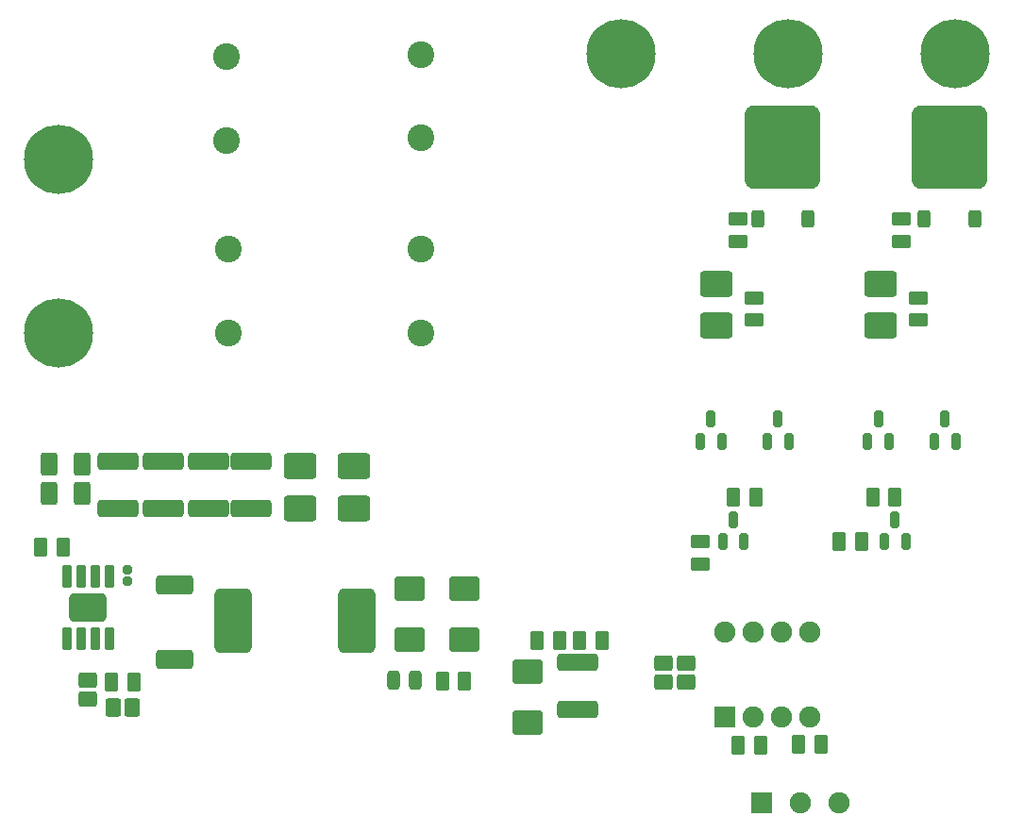
<source format=gts>
G04*
G04 #@! TF.GenerationSoftware,Altium Limited,Altium Designer,22.7.1 (60)*
G04*
G04 Layer_Color=8388736*
%FSLAX43Y43*%
%MOMM*%
G71*
G04*
G04 #@! TF.SameCoordinates,B0B9643B-9B23-428C-A4AC-A12B4A47BFEC*
G04*
G04*
G04 #@! TF.FilePolarity,Negative*
G04*
G01*
G75*
G04:AMPARAMS|DCode=17|XSize=6.807mm|YSize=7.518mm|CornerRadius=0.927mm|HoleSize=0mm|Usage=FLASHONLY|Rotation=0.000|XOffset=0mm|YOffset=0mm|HoleType=Round|Shape=RoundedRectangle|*
%AMROUNDEDRECTD17*
21,1,6.807,5.664,0,0,0.0*
21,1,4.953,7.518,0,0,0.0*
1,1,1.854,2.477,-2.832*
1,1,1.854,-2.477,-2.832*
1,1,1.854,-2.477,2.832*
1,1,1.854,2.477,2.832*
%
%ADD17ROUNDEDRECTD17*%
G04:AMPARAMS|DCode=18|XSize=1.143mm|YSize=1.524mm|CornerRadius=0.219mm|HoleSize=0mm|Usage=FLASHONLY|Rotation=0.000|XOffset=0mm|YOffset=0mm|HoleType=Round|Shape=RoundedRectangle|*
%AMROUNDEDRECTD18*
21,1,1.143,1.086,0,0,0.0*
21,1,0.705,1.524,0,0,0.0*
1,1,0.438,0.352,-0.543*
1,1,0.438,-0.352,-0.543*
1,1,0.438,-0.352,0.543*
1,1,0.438,0.352,0.543*
%
%ADD18ROUNDEDRECTD18*%
G04:AMPARAMS|DCode=19|XSize=0.813mm|YSize=1.553mm|CornerRadius=0.178mm|HoleSize=0mm|Usage=FLASHONLY|Rotation=180.000|XOffset=0mm|YOffset=0mm|HoleType=Round|Shape=RoundedRectangle|*
%AMROUNDEDRECTD19*
21,1,0.813,1.198,0,0,180.0*
21,1,0.458,1.553,0,0,180.0*
1,1,0.356,-0.229,0.599*
1,1,0.356,0.229,0.599*
1,1,0.356,0.229,-0.599*
1,1,0.356,-0.229,-0.599*
%
%ADD19ROUNDEDRECTD19*%
G04:AMPARAMS|DCode=20|XSize=2.946mm|YSize=2.362mm|CornerRadius=0.371mm|HoleSize=0mm|Usage=FLASHONLY|Rotation=180.000|XOffset=0mm|YOffset=0mm|HoleType=Round|Shape=RoundedRectangle|*
%AMROUNDEDRECTD20*
21,1,2.946,1.619,0,0,180.0*
21,1,2.203,2.362,0,0,180.0*
1,1,0.743,-1.102,0.810*
1,1,0.743,1.102,0.810*
1,1,0.743,1.102,-0.810*
1,1,0.743,-1.102,-0.810*
%
%ADD20ROUNDEDRECTD20*%
G04:AMPARAMS|DCode=21|XSize=1.113mm|YSize=1.663mm|CornerRadius=0.215mm|HoleSize=0mm|Usage=FLASHONLY|Rotation=180.000|XOffset=0mm|YOffset=0mm|HoleType=Round|Shape=RoundedRectangle|*
%AMROUNDEDRECTD21*
21,1,1.113,1.233,0,0,180.0*
21,1,0.683,1.663,0,0,180.0*
1,1,0.431,-0.341,0.616*
1,1,0.431,0.341,0.616*
1,1,0.431,0.341,-0.616*
1,1,0.431,-0.341,-0.616*
%
%ADD21ROUNDEDRECTD21*%
G04:AMPARAMS|DCode=22|XSize=3.343mm|YSize=1.743mm|CornerRadius=0.294mm|HoleSize=0mm|Usage=FLASHONLY|Rotation=0.000|XOffset=0mm|YOffset=0mm|HoleType=Round|Shape=RoundedRectangle|*
%AMROUNDEDRECTD22*
21,1,3.343,1.155,0,0,0.0*
21,1,2.755,1.743,0,0,0.0*
1,1,0.588,1.378,-0.578*
1,1,0.588,-1.378,-0.578*
1,1,0.588,-1.378,0.578*
1,1,0.588,1.378,0.578*
%
%ADD22ROUNDEDRECTD22*%
G04:AMPARAMS|DCode=23|XSize=1.733mm|YSize=1.223mm|CornerRadius=0.229mm|HoleSize=0mm|Usage=FLASHONLY|Rotation=90.000|XOffset=0mm|YOffset=0mm|HoleType=Round|Shape=RoundedRectangle|*
%AMROUNDEDRECTD23*
21,1,1.733,0.765,0,0,90.0*
21,1,1.275,1.223,0,0,90.0*
1,1,0.458,0.383,0.638*
1,1,0.458,0.383,-0.638*
1,1,0.458,-0.383,-0.638*
1,1,0.458,-0.383,0.638*
%
%ADD23ROUNDEDRECTD23*%
G04:AMPARAMS|DCode=24|XSize=1.733mm|YSize=1.223mm|CornerRadius=0.229mm|HoleSize=0mm|Usage=FLASHONLY|Rotation=180.000|XOffset=0mm|YOffset=0mm|HoleType=Round|Shape=RoundedRectangle|*
%AMROUNDEDRECTD24*
21,1,1.733,0.765,0,0,180.0*
21,1,1.275,1.223,0,0,180.0*
1,1,0.458,-0.638,0.383*
1,1,0.458,0.638,0.383*
1,1,0.458,0.638,-0.383*
1,1,0.458,-0.638,-0.383*
%
%ADD24ROUNDEDRECTD24*%
G04:AMPARAMS|DCode=25|XSize=3.303mm|YSize=5.803mm|CornerRadius=0.489mm|HoleSize=0mm|Usage=FLASHONLY|Rotation=0.000|XOffset=0mm|YOffset=0mm|HoleType=Round|Shape=RoundedRectangle|*
%AMROUNDEDRECTD25*
21,1,3.303,4.825,0,0,0.0*
21,1,2.325,5.803,0,0,0.0*
1,1,0.978,1.163,-2.413*
1,1,0.978,-1.163,-2.413*
1,1,0.978,-1.163,2.413*
1,1,0.978,1.163,2.413*
%
%ADD25ROUNDEDRECTD25*%
G04:AMPARAMS|DCode=26|XSize=0.813mm|YSize=2.113mm|CornerRadius=0.178mm|HoleSize=0mm|Usage=FLASHONLY|Rotation=180.000|XOffset=0mm|YOffset=0mm|HoleType=Round|Shape=RoundedRectangle|*
%AMROUNDEDRECTD26*
21,1,0.813,1.758,0,0,180.0*
21,1,0.458,2.113,0,0,180.0*
1,1,0.356,-0.229,0.879*
1,1,0.356,0.229,0.879*
1,1,0.356,0.229,-0.879*
1,1,0.356,-0.229,-0.879*
%
%ADD26ROUNDEDRECTD26*%
G04:AMPARAMS|DCode=27|XSize=3.303mm|YSize=2.613mm|CornerRadius=0.403mm|HoleSize=0mm|Usage=FLASHONLY|Rotation=180.000|XOffset=0mm|YOffset=0mm|HoleType=Round|Shape=RoundedRectangle|*
%AMROUNDEDRECTD27*
21,1,3.303,1.808,0,0,180.0*
21,1,2.498,2.613,0,0,180.0*
1,1,0.806,-1.249,0.904*
1,1,0.806,1.249,0.904*
1,1,0.806,1.249,-0.904*
1,1,0.806,-1.249,-0.904*
%
%ADD27ROUNDEDRECTD27*%
G04:AMPARAMS|DCode=28|XSize=1.413mm|YSize=1.663mm|CornerRadius=0.253mm|HoleSize=0mm|Usage=FLASHONLY|Rotation=90.000|XOffset=0mm|YOffset=0mm|HoleType=Round|Shape=RoundedRectangle|*
%AMROUNDEDRECTD28*
21,1,1.413,1.158,0,0,90.0*
21,1,0.907,1.663,0,0,90.0*
1,1,0.506,0.579,0.454*
1,1,0.506,0.579,-0.454*
1,1,0.506,-0.579,-0.454*
1,1,0.506,-0.579,0.454*
%
%ADD28ROUNDEDRECTD28*%
G04:AMPARAMS|DCode=29|XSize=1.413mm|YSize=1.663mm|CornerRadius=0.253mm|HoleSize=0mm|Usage=FLASHONLY|Rotation=0.000|XOffset=0mm|YOffset=0mm|HoleType=Round|Shape=RoundedRectangle|*
%AMROUNDEDRECTD29*
21,1,1.413,1.158,0,0,0.0*
21,1,0.907,1.663,0,0,0.0*
1,1,0.506,0.454,-0.579*
1,1,0.506,-0.454,-0.579*
1,1,0.506,-0.454,0.579*
1,1,0.506,0.454,0.579*
%
%ADD29ROUNDEDRECTD29*%
G04:AMPARAMS|DCode=30|XSize=1.503mm|YSize=3.673mm|CornerRadius=0.264mm|HoleSize=0mm|Usage=FLASHONLY|Rotation=90.000|XOffset=0mm|YOffset=0mm|HoleType=Round|Shape=RoundedRectangle|*
%AMROUNDEDRECTD30*
21,1,1.503,3.145,0,0,90.0*
21,1,0.975,3.673,0,0,90.0*
1,1,0.528,1.573,0.488*
1,1,0.528,1.573,-0.488*
1,1,0.528,-1.573,-0.488*
1,1,0.528,-1.573,0.488*
%
%ADD30ROUNDEDRECTD30*%
G04:AMPARAMS|DCode=31|XSize=2.235mm|YSize=2.743mm|CornerRadius=0.356mm|HoleSize=0mm|Usage=FLASHONLY|Rotation=270.000|XOffset=0mm|YOffset=0mm|HoleType=Round|Shape=RoundedRectangle|*
%AMROUNDEDRECTD31*
21,1,2.235,2.032,0,0,270.0*
21,1,1.524,2.743,0,0,270.0*
1,1,0.711,-1.016,-0.762*
1,1,0.711,-1.016,0.762*
1,1,0.711,1.016,0.762*
1,1,0.711,1.016,-0.762*
%
%ADD31ROUNDEDRECTD31*%
G04:AMPARAMS|DCode=32|XSize=0.793mm|YSize=0.803mm|CornerRadius=0.175mm|HoleSize=0mm|Usage=FLASHONLY|Rotation=90.000|XOffset=0mm|YOffset=0mm|HoleType=Round|Shape=RoundedRectangle|*
%AMROUNDEDRECTD32*
21,1,0.793,0.453,0,0,90.0*
21,1,0.443,0.803,0,0,90.0*
1,1,0.351,0.226,0.221*
1,1,0.351,0.226,-0.221*
1,1,0.351,-0.226,-0.221*
1,1,0.351,-0.226,0.221*
%
%ADD32ROUNDEDRECTD32*%
G04:AMPARAMS|DCode=33|XSize=1.483mm|YSize=2.073mm|CornerRadius=0.262mm|HoleSize=0mm|Usage=FLASHONLY|Rotation=0.000|XOffset=0mm|YOffset=0mm|HoleType=Round|Shape=RoundedRectangle|*
%AMROUNDEDRECTD33*
21,1,1.483,1.550,0,0,0.0*
21,1,0.960,2.073,0,0,0.0*
1,1,0.523,0.480,-0.775*
1,1,0.523,-0.480,-0.775*
1,1,0.523,-0.480,0.775*
1,1,0.523,0.480,0.775*
%
%ADD33ROUNDEDRECTD33*%
%ADD34C,6.203*%
%ADD35C,1.903*%
%ADD36R,1.903X1.903*%
%ADD37R,1.903X1.903*%
%ADD38C,2.403*%
D17*
X112392Y113400D02*
D03*
X97423Y113400D02*
D03*
D18*
X114653Y106948D02*
D03*
X110132D02*
D03*
X99684Y106948D02*
D03*
X95163D02*
D03*
D19*
X112000Y89000D02*
D03*
X112950Y87000D02*
D03*
X111050D02*
D03*
X107500Y80000D02*
D03*
X108450Y78000D02*
D03*
X106550D02*
D03*
X106000Y89000D02*
D03*
X106950Y87000D02*
D03*
X105050D02*
D03*
X91000Y89000D02*
D03*
X91950Y87000D02*
D03*
X90050D02*
D03*
X93000Y80000D02*
D03*
X93950Y78000D02*
D03*
X92050D02*
D03*
X97000Y89000D02*
D03*
X97950Y87000D02*
D03*
X96050D02*
D03*
D20*
X106200Y97420D02*
D03*
Y101180D02*
D03*
X91500Y97420D02*
D03*
Y101180D02*
D03*
X54100Y84780D02*
D03*
Y81020D02*
D03*
X59000Y84780D02*
D03*
Y81020D02*
D03*
D21*
X62525Y65600D02*
D03*
X64475D02*
D03*
D22*
X42900Y74125D02*
D03*
Y67475D02*
D03*
D23*
X102493Y78000D02*
D03*
X104507D02*
D03*
X107507Y82000D02*
D03*
X105493D02*
D03*
X100884Y59800D02*
D03*
X98869D02*
D03*
X93450Y59750D02*
D03*
X95465D02*
D03*
X92992Y82000D02*
D03*
X95008D02*
D03*
X39208Y65405D02*
D03*
X37193D02*
D03*
X75393Y69100D02*
D03*
X77408D02*
D03*
X30893Y77500D02*
D03*
X32908D02*
D03*
X68907Y65523D02*
D03*
X66893D02*
D03*
X79193Y69100D02*
D03*
X81207D02*
D03*
D24*
X108100Y104992D02*
D03*
Y107008D02*
D03*
X109600Y97893D02*
D03*
Y99907D02*
D03*
X93400Y104992D02*
D03*
Y107008D02*
D03*
X90000Y75993D02*
D03*
Y78007D02*
D03*
X94900Y97893D02*
D03*
Y99908D02*
D03*
D25*
X59250Y70950D02*
D03*
X48150D02*
D03*
D26*
X37005Y69320D02*
D03*
X35735D02*
D03*
X34465D02*
D03*
X33195D02*
D03*
Y74880D02*
D03*
X34465D02*
D03*
X35735D02*
D03*
X37005D02*
D03*
D27*
X35100Y72100D02*
D03*
D28*
X86760Y67140D02*
D03*
Y65450D02*
D03*
X35100Y63855D02*
D03*
Y65545D02*
D03*
X88800Y65450D02*
D03*
Y67140D02*
D03*
D29*
X39090Y63105D02*
D03*
X37400D02*
D03*
D30*
X49700Y85250D02*
D03*
Y80950D02*
D03*
X45900Y85250D02*
D03*
Y80950D02*
D03*
X41900Y85250D02*
D03*
Y80950D02*
D03*
X37800Y85250D02*
D03*
Y80950D02*
D03*
X79000Y62925D02*
D03*
Y67225D02*
D03*
D31*
X74500Y61789D02*
D03*
Y66361D02*
D03*
X68900Y73786D02*
D03*
Y69214D02*
D03*
X63925Y73836D02*
D03*
Y69264D02*
D03*
D32*
X38620Y74500D02*
D03*
Y75525D02*
D03*
D33*
X34572Y82376D02*
D03*
X31572D02*
D03*
X34572Y84976D02*
D03*
X31572D02*
D03*
D34*
X32500Y112300D02*
D03*
Y96750D02*
D03*
X97900Y121800D02*
D03*
X82900Y121800D02*
D03*
X112900D02*
D03*
D35*
X102500Y54600D02*
D03*
X99000D02*
D03*
X94740Y62250D02*
D03*
X97280D02*
D03*
X99820D02*
D03*
X92200Y69870D02*
D03*
X94740D02*
D03*
X97280D02*
D03*
X99820D02*
D03*
D36*
X95500Y54600D02*
D03*
D37*
X92200Y62250D02*
D03*
D38*
X65000Y104250D02*
D03*
Y96750D02*
D03*
X47500Y114050D02*
D03*
Y121550D02*
D03*
X47700Y104250D02*
D03*
Y96750D02*
D03*
X65000Y114250D02*
D03*
Y121750D02*
D03*
M02*

</source>
